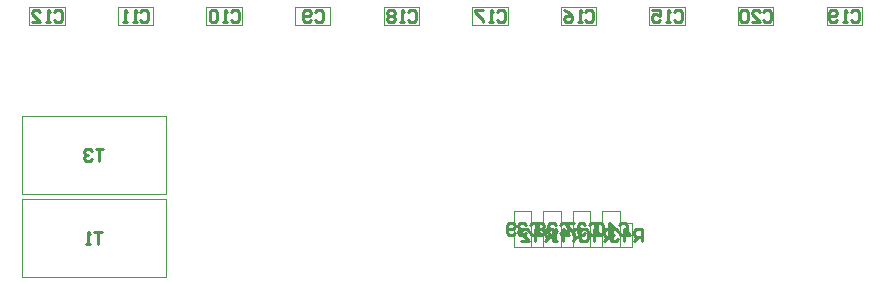
<source format=gbo>
%FSLAX44Y44*%
%MOMM*%
G71*
G01*
G75*
G04 Layer_Color=32896*
%ADD10R,0.6000X0.6000*%
%ADD11R,0.6300X0.8300*%
%ADD12R,5.5000X3.2000*%
%ADD13R,1.0000X1.5000*%
%ADD14R,3.0000X1.6000*%
%ADD15R,6.2000X5.8000*%
%ADD16R,2.7000X1.0000*%
%ADD17R,2.7000X3.3000*%
%ADD18O,2.1500X0.6000*%
%ADD19O,0.7000X2.5000*%
G04:AMPARAMS|DCode=20|XSize=0.6mm|YSize=1.3mm|CornerRadius=0.15mm|HoleSize=0mm|Usage=FLASHONLY|Rotation=180.000|XOffset=0mm|YOffset=0mm|HoleType=Round|Shape=RoundedRectangle|*
%AMROUNDEDRECTD20*
21,1,0.6000,1.0000,0,0,180.0*
21,1,0.3000,1.3000,0,0,180.0*
1,1,0.3000,-0.1500,0.5000*
1,1,0.3000,0.1500,0.5000*
1,1,0.3000,0.1500,-0.5000*
1,1,0.3000,-0.1500,-0.5000*
%
%ADD20ROUNDEDRECTD20*%
%ADD21R,0.6000X0.6000*%
%ADD22R,0.4500X0.6000*%
%ADD23O,1.7000X0.3000*%
%ADD24R,1.1000X0.6000*%
%ADD25R,1.0000X0.8000*%
%ADD26R,0.9000X0.6000*%
%ADD27R,0.6000X1.1000*%
%ADD28R,1.5000X2.1000*%
%ADD29R,0.8300X0.6300*%
%ADD30R,1.5000X1.0000*%
%ADD31R,3.0000X3.7500*%
%ADD32C,1.5000*%
%ADD33C,0.3000*%
%ADD34C,0.5000*%
%ADD35C,1.8000*%
%ADD36C,2.0000*%
%ADD37C,0.7500*%
%ADD38C,1.0000*%
%ADD39C,0.2600*%
%ADD40C,0.2500*%
%ADD41C,1.5000*%
%ADD42R,1.5000X1.5000*%
%ADD43C,2.5000*%
%ADD44C,6.0000*%
%ADD45C,1.6000*%
%ADD46C,0.7000*%
%ADD47R,0.8000X1.0000*%
%ADD48C,0.7000*%
%ADD49C,0.1700*%
%ADD50C,0.2540*%
%ADD51C,0.2000*%
%ADD52C,0.1000*%
%ADD53C,0.1500*%
%ADD54R,0.8032X0.8032*%
%ADD55R,0.8332X1.0332*%
%ADD56R,5.7032X3.4032*%
%ADD57R,1.2032X1.7032*%
%ADD58R,3.2032X1.8032*%
%ADD59R,6.4032X6.0032*%
%ADD60R,2.9032X1.2032*%
%ADD61R,2.9032X3.5032*%
%ADD62O,2.3532X0.8032*%
%ADD63O,0.9032X2.7032*%
G04:AMPARAMS|DCode=64|XSize=0.8032mm|YSize=1.5032mm|CornerRadius=0.2516mm|HoleSize=0mm|Usage=FLASHONLY|Rotation=180.000|XOffset=0mm|YOffset=0mm|HoleType=Round|Shape=RoundedRectangle|*
%AMROUNDEDRECTD64*
21,1,0.8032,1.0000,0,0,180.0*
21,1,0.3000,1.5032,0,0,180.0*
1,1,0.5032,-0.1500,0.5000*
1,1,0.5032,0.1500,0.5000*
1,1,0.5032,0.1500,-0.5000*
1,1,0.5032,-0.1500,-0.5000*
%
%ADD64ROUNDEDRECTD64*%
%ADD65R,0.8032X0.8032*%
%ADD66R,0.6532X0.8032*%
%ADD67O,1.9032X0.5032*%
%ADD68R,1.3032X0.8032*%
%ADD69R,1.2032X1.0032*%
%ADD70R,1.1032X0.8032*%
%ADD71R,0.8032X1.3032*%
%ADD72R,1.7032X2.3032*%
%ADD73R,1.0332X0.8332*%
%ADD74R,1.7032X1.2032*%
%ADD75R,3.2032X3.9532*%
%ADD76C,1.7032*%
%ADD77R,1.7032X1.7032*%
%ADD78C,2.7032*%
%ADD79C,6.2032*%
%ADD80C,1.8032*%
%ADD81R,1.0032X1.2032*%
D40*
X494198Y348239D02*
X495864Y349905D01*
X499196D01*
X500862Y348239D01*
Y341574D01*
X499196Y339908D01*
X495864D01*
X494198Y341574D01*
X490865D02*
X489199Y339908D01*
X485867D01*
X484201Y341574D01*
Y348239D01*
X485867Y349905D01*
X489199D01*
X490865Y348239D01*
Y346573D01*
X489199Y344907D01*
X484201D01*
X423412Y348345D02*
X425078Y350011D01*
X428410D01*
X430076Y348345D01*
Y341680D01*
X428410Y340014D01*
X425078D01*
X423412Y341680D01*
X420079Y340014D02*
X416747D01*
X418413D01*
Y350011D01*
X420079Y348345D01*
X411749D02*
X410083Y350011D01*
X406750D01*
X405084Y348345D01*
Y341680D01*
X406750Y340014D01*
X410083D01*
X411749Y341680D01*
Y348345D01*
X346610Y348211D02*
X348276Y349877D01*
X351608D01*
X353274Y348211D01*
Y341546D01*
X351608Y339880D01*
X348276D01*
X346610Y341546D01*
X343277Y339880D02*
X339945D01*
X341611D01*
Y349877D01*
X343277Y348211D01*
X334947Y339880D02*
X331614D01*
X333281D01*
Y349877D01*
X334947Y348211D01*
X273364Y348437D02*
X275030Y350103D01*
X278362D01*
X280028Y348437D01*
Y341772D01*
X278362Y340106D01*
X275030D01*
X273364Y341772D01*
X270031Y340106D02*
X266699D01*
X268365D01*
Y350103D01*
X270031Y348437D01*
X255036Y340106D02*
X261701D01*
X255036Y346771D01*
Y348437D01*
X256702Y350103D01*
X260035D01*
X261701Y348437D01*
X798304Y348389D02*
X799970Y350055D01*
X803302D01*
X804968Y348389D01*
Y341724D01*
X803302Y340058D01*
X799970D01*
X798304Y341724D01*
X794971Y340058D02*
X791639D01*
X793305D01*
Y350055D01*
X794971Y348389D01*
X779976Y350055D02*
X786641D01*
Y345056D01*
X783308Y346723D01*
X781642D01*
X779976Y345056D01*
Y341724D01*
X781642Y340058D01*
X784975D01*
X786641Y341724D01*
X723372Y348213D02*
X725038Y349879D01*
X728370D01*
X730036Y348213D01*
Y341548D01*
X728370Y339882D01*
X725038D01*
X723372Y341548D01*
X720039Y339882D02*
X716707D01*
X718373D01*
Y349879D01*
X720039Y348213D01*
X705044Y349879D02*
X708376Y348213D01*
X711709Y344880D01*
Y341548D01*
X710042Y339882D01*
X706710D01*
X705044Y341548D01*
Y343214D01*
X706710Y344880D01*
X711709D01*
X648456Y348363D02*
X650122Y350029D01*
X653454D01*
X655120Y348363D01*
Y341698D01*
X653454Y340032D01*
X650122D01*
X648456Y341698D01*
X645123Y340032D02*
X641791D01*
X643457D01*
Y350029D01*
X645123Y348363D01*
X636793Y350029D02*
X630128D01*
Y348363D01*
X636793Y341698D01*
Y340032D01*
X573378Y348383D02*
X575044Y350049D01*
X578376D01*
X580042Y348383D01*
Y341718D01*
X578376Y340052D01*
X575044D01*
X573378Y341718D01*
X570045Y340052D02*
X566713D01*
X568379D01*
Y350049D01*
X570045Y348383D01*
X561715D02*
X560049Y350049D01*
X556716D01*
X555050Y348383D01*
Y346717D01*
X556716Y345051D01*
X555050Y343384D01*
Y341718D01*
X556716Y340052D01*
X560049D01*
X561715Y341718D01*
Y343384D01*
X560049Y345051D01*
X561715Y346717D01*
Y348383D01*
X560049Y345051D02*
X556716D01*
X948300Y348239D02*
X949966Y349905D01*
X953298D01*
X954964Y348239D01*
Y341574D01*
X953298Y339908D01*
X949966D01*
X948300Y341574D01*
X944967Y339908D02*
X941635D01*
X943301D01*
Y349905D01*
X944967Y348239D01*
X936637Y341574D02*
X934970Y339908D01*
X931638D01*
X929972Y341574D01*
Y348239D01*
X931638Y349905D01*
X934970D01*
X936637Y348239D01*
Y346573D01*
X934970Y344906D01*
X929972D01*
X874062Y348277D02*
X875728Y349943D01*
X879060D01*
X880726Y348277D01*
Y341612D01*
X879060Y339946D01*
X875728D01*
X874062Y341612D01*
X864065Y339946D02*
X870729D01*
X864065Y346610D01*
Y348277D01*
X865731Y349943D01*
X869063D01*
X870729Y348277D01*
X860732D02*
X859066Y349943D01*
X855734D01*
X854068Y348277D01*
Y341612D01*
X855734Y339946D01*
X859066D01*
X860732Y341612D01*
Y348277D01*
X726659Y168245D02*
X728326Y169911D01*
X731658D01*
X733324Y168245D01*
Y161580D01*
X731658Y159914D01*
X728326D01*
X726659Y161580D01*
X723327Y168245D02*
X721661Y169911D01*
X718329D01*
X716663Y168245D01*
Y166579D01*
X718329Y164912D01*
X719995D01*
X718329D01*
X716663Y163246D01*
Y161580D01*
X718329Y159914D01*
X721661D01*
X723327Y161580D01*
X713331Y169911D02*
X706666D01*
Y168245D01*
X713331Y161580D01*
Y159914D01*
X701768Y168245D02*
X703434Y169911D01*
X706766D01*
X708432Y168245D01*
Y161580D01*
X706766Y159914D01*
X703434D01*
X701768Y161580D01*
X698435Y168245D02*
X696769Y169911D01*
X693437D01*
X691771Y168245D01*
Y166579D01*
X693437Y164912D01*
X695103D01*
X693437D01*
X691771Y163246D01*
Y161580D01*
X693437Y159914D01*
X696769D01*
X698435Y161580D01*
X688438Y168245D02*
X686772Y169911D01*
X683440D01*
X681774Y168245D01*
Y166579D01*
X683440Y164912D01*
X681774Y163246D01*
Y161580D01*
X683440Y159914D01*
X686772D01*
X688438Y161580D01*
Y163246D01*
X686772Y164912D01*
X688438Y166579D01*
Y168245D01*
X686772Y164912D02*
X683440D01*
X676621Y168245D02*
X678288Y169911D01*
X681620D01*
X683286Y168245D01*
Y161580D01*
X681620Y159914D01*
X678288D01*
X676621Y161580D01*
X673289Y168245D02*
X671623Y169911D01*
X668291D01*
X666625Y168245D01*
Y166579D01*
X668291Y164912D01*
X669957D01*
X668291D01*
X666625Y163246D01*
Y161580D01*
X668291Y159914D01*
X671623D01*
X673289Y161580D01*
X663292D02*
X661626Y159914D01*
X658294D01*
X656628Y161580D01*
Y168245D01*
X658294Y169911D01*
X661626D01*
X663292Y168245D01*
Y166579D01*
X661626Y164912D01*
X656628D01*
X751730Y168245D02*
X753396Y169911D01*
X756728D01*
X758394Y168245D01*
Y161580D01*
X756728Y159914D01*
X753396D01*
X751730Y161580D01*
X743399Y159914D02*
Y169911D01*
X748397Y164912D01*
X741733D01*
X738400Y168245D02*
X736734Y169911D01*
X733402D01*
X731736Y168245D01*
Y161580D01*
X733402Y159914D01*
X736734D01*
X738400Y161580D01*
Y168245D01*
X745770Y155088D02*
Y165085D01*
X740772D01*
X739106Y163419D01*
Y160086D01*
X740772Y158420D01*
X745770D01*
X742438D02*
X739106Y155088D01*
X730775D02*
Y165085D01*
X735773Y160086D01*
X729109D01*
X725777Y163419D02*
X724110Y165085D01*
X720778D01*
X719112Y163419D01*
Y156754D01*
X720778Y155088D01*
X724110D01*
X725777Y156754D01*
Y163419D01*
X719100Y155088D02*
Y165085D01*
X714102D01*
X712436Y163419D01*
Y160086D01*
X714102Y158420D01*
X719100D01*
X715768D02*
X712436Y155088D01*
X704105D02*
Y165085D01*
X709103Y160086D01*
X702439D01*
X699107Y155088D02*
X695774D01*
X697440D01*
Y165085D01*
X699107Y163419D01*
X695732Y155088D02*
Y165085D01*
X690734D01*
X689068Y163419D01*
Y160086D01*
X690734Y158420D01*
X695732D01*
X692400D02*
X689068Y155088D01*
X680737D02*
Y165085D01*
X685735Y160086D01*
X679071D01*
X669074Y155088D02*
X675739D01*
X669074Y161752D01*
Y163419D01*
X670740Y165085D01*
X674072D01*
X675739Y163419D01*
X770840Y155088D02*
Y165085D01*
X765842D01*
X764175Y163419D01*
Y160086D01*
X765842Y158420D01*
X770840D01*
X767508D02*
X764175Y155088D01*
X755845D02*
Y165085D01*
X760843Y160086D01*
X754179D01*
X750846Y163419D02*
X749180Y165085D01*
X745848D01*
X744182Y163419D01*
Y161752D01*
X745848Y160086D01*
X747514D01*
X745848D01*
X744182Y158420D01*
Y156754D01*
X745848Y155088D01*
X749180D01*
X750846Y156754D01*
X313690Y162425D02*
X307026D01*
X310358D01*
Y152428D01*
X303693D02*
X300361D01*
X302027D01*
Y162425D01*
X303693Y160759D01*
X315214Y232489D02*
X308549D01*
X311882D01*
Y222492D01*
X305217Y230823D02*
X303551Y232489D01*
X300219D01*
X298553Y230823D01*
Y229156D01*
X300219Y227490D01*
X301885D01*
X300219D01*
X298553Y225824D01*
Y224158D01*
X300219Y222492D01*
X303551D01*
X305217Y224158D01*
D52*
X852500Y352500D02*
X882500D01*
X852500Y337500D02*
Y352500D01*
X882500Y337500D02*
Y352500D01*
X852500Y337500D02*
X882500D01*
X927500Y352500D02*
X957500D01*
X927500D02*
X927500Y337500D01*
X957500D02*
X957500Y352500D01*
X927500Y337500D02*
X957500D01*
X552500Y352500D02*
X582500D01*
X552500Y337500D02*
Y352500D01*
X582500Y337500D02*
Y352500D01*
X552500Y337500D02*
X582500D01*
X627500Y352500D02*
X657500D01*
X627500Y337500D02*
Y352500D01*
X657500Y337500D02*
Y352500D01*
X627500Y337500D02*
X657500D01*
X702500Y352500D02*
X732500D01*
X702500Y337500D02*
Y352500D01*
X732500Y337500D02*
Y352500D01*
X702500Y337500D02*
X732500D01*
X777500Y352500D02*
X807500D01*
X777500Y337500D02*
Y352500D01*
X807500Y337500D02*
Y352500D01*
X777500Y337500D02*
X807500D01*
X327500Y352500D02*
X357500D01*
X327500Y337500D02*
Y352500D01*
X357500Y337500D02*
Y352500D01*
X327500Y337500D02*
X357500D01*
X477500Y352500D02*
X507500D01*
X477500Y337500D02*
Y352500D01*
X507500Y337500D02*
Y352500D01*
X477500Y337500D02*
X507500D01*
X402500Y352500D02*
X432500D01*
X402500Y337500D02*
Y352500D01*
X432500Y337500D02*
Y352500D01*
X402500Y337500D02*
X432500D01*
X252500Y352500D02*
X282500D01*
X252500Y337500D02*
Y352500D01*
X282500Y337500D02*
Y352500D01*
X252500Y337500D02*
X282500D01*
X246000Y260500D02*
X368000D01*
X246000Y194500D02*
Y260500D01*
Y194500D02*
X368000D01*
Y260500D01*
X246000Y190500D02*
X368000D01*
X246000Y124500D02*
Y190500D01*
Y124500D02*
X368000D01*
Y190500D01*
X752500Y170000D02*
X762500D01*
X752500Y150000D02*
X762500D01*
X752500D02*
Y170000D01*
X762500Y150000D02*
Y170000D01*
X677500D02*
X687500D01*
X677500Y150000D02*
X687500D01*
X677500D02*
Y170000D01*
X687500Y150000D02*
Y170000D01*
X702500D02*
X712500D01*
X702500Y150000D02*
X712500D01*
X702500D02*
Y170000D01*
X712500Y150000D02*
Y170000D01*
X727500D02*
X737500D01*
X727500Y150000D02*
X737500D01*
X727500D02*
Y170000D01*
X737500Y150000D02*
Y170000D01*
X752500Y150000D02*
Y180000D01*
X737500Y180000D02*
X752500Y180000D01*
X737500Y150000D02*
X752500D01*
X737500D02*
Y180000D01*
X677500Y150000D02*
Y180000D01*
X662500D02*
X677500D01*
X662500Y150000D02*
X677500D01*
X662500D02*
Y180000D01*
X702500Y150000D02*
Y180000D01*
X687500Y180000D02*
X702500Y180000D01*
X687500Y150000D02*
X702500D01*
X687500D02*
Y180000D01*
X727500Y150000D02*
Y180000D01*
X712500D02*
X727500D01*
X712500Y150000D02*
X727500Y150000D01*
X712500Y150000D02*
Y180000D01*
M02*

</source>
